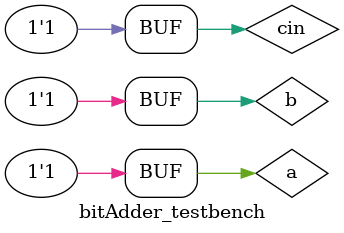
<source format=sv>
`timescale 1ps/1ps
module bitAdder (a, b, cin, cout, out);
	input logic a, b, cin;
	output logic cout, out;
	
	logic notA, notB, notCin, onlyA, onlyB, onlyCin, allTrue, onlyNotA, onlyNotB, onlyNotCin;
	
	inverter invA (.in(a), .out(notA));
	inverter invB (.in(b), .out(notB));
	inverter invCin (.in(cin), .out(notCin));
	
	and_gate_3_inputs oA (.a, .b(notB), .c(notCin), .out(onlyA));
	and_gate_3_inputs oB (.a(notA), .b, .c(notCin), .out(onlyB));
	and_gate_3_inputs oC (.a(notA), .b(notB), .c(cin), .out(onlyCin));
	and_gate_3_inputs oNA (.a(notA), .b, .c(cin), .out(onlyNotA));
	and_gate_3_inputs oNB (.a, .b(notB), .c(cin), .out(onlyNotB));
	and_gate_3_inputs oNC (.a, .b, .c(notCin), .out(onlyNotCin));
	and_gate_3_inputs all (.a, .b, .c(cin), .out(allTrue));
	
	or_gate_4_inputs outLogic (.a(onlyA), .b(onlyB), .c(onlyCin), .d(allTrue), .out);
	or_gate_4_inputs cOutLogic (.a(onlyNotA), .b(onlyNotB), .c(onlyNotCin), .d(allTrue), .out(cout));
	
endmodule 

module bitAdder_testbench();
	logic a, b, cin, cout, out;
	
	bitAdder dut (.a, .b, .cin, .cout, .out);
	
	initial begin
		cin = 0; a = 0; b = 0; #500;
		cin = 0; a = 0; b = 1; #500;
		cin = 0; a = 1; b = 0; #500;
		cin = 0; a = 1; b = 1; #500;
		cin = 1; a = 0; b = 0; #500;
		cin = 1; a = 0; b = 1; #500;
		cin = 1; a = 1; b = 0; #500;
		cin = 1; a = 1; b = 1; #500;
	end
endmodule 	
</source>
